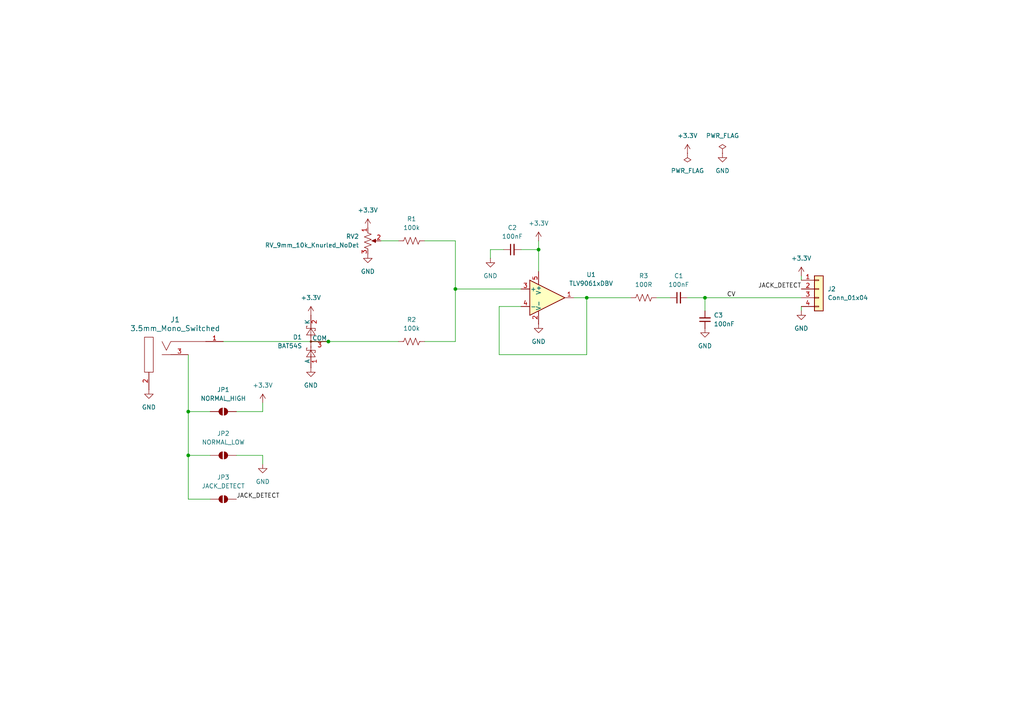
<source format=kicad_sch>
(kicad_sch (version 20250114) (generator "eeschema") (generator_version "9.0")
  (paper "A4")
  (title_block (title "Biased CV Input") (date "2025-07-11") (rev "A"))
  (lib_symbols
    (symbol "Amplifier_Operational:TLV9061xDBV" (pin_names (offset 0.127))
      (property "Reference" "U" (at -1.27 6.35 0))
      (property "Value" "TLV9061xDBV" (at -1.27 3.81 0))
      (symbol "TLV9061xDBV_0_1"
        (polyline (pts (xy -5.08 5.08) (xy 5.08 0) (xy -5.08 -5.08) (xy -5.08 5.08)) (stroke (width 0.254)) (fill (type background)))
        (pin power_in line (at -2.54 7.62 270) (length 3.81) (name "V+") (number "5"))
        (pin power_in line (at -2.54 -7.62 90) (length 3.81) (name "V-") (number "2"))
      )
      (symbol "TLV9061xDBV_1_1"
        (pin input line (at -7.62 2.54 0) (length 2.54) (name "+") (number "3"))
        (pin input line (at -7.62 -2.54 0) (length 2.54) (name "-") (number "4"))
        (pin output line (at 7.62 0 180) (length 2.54) (name "~") (number "1"))
      )
    )
    (symbol "Connector_Generic:Conn_01x04" (pin_names (offset 1.016) (hide yes))
      (property "Reference" "J" (at 0 5.08 0))
      (property "Value" "Conn_01x04" (at 0 -7.62 0))
      (symbol "Conn_01x04_1_1"
        (rectangle (start -1.27 3.81) (end 1.27 -6.35) (stroke (width 0.254)) (fill (type background)))
        (rectangle (start -1.27 2.667) (end 0 2.413) (stroke (width 0.1524)))
        (rectangle (start -1.27 0.127) (end 0 -0.127) (stroke (width 0.1524)))
        (rectangle (start -1.27 -2.413) (end 0 -2.667) (stroke (width 0.1524)))
        (rectangle (start -1.27 -4.953) (end 0 -5.207) (stroke (width 0.1524)))
        (pin passive line (at -5.08 2.54 0) (length 3.81) (name "Pin_1") (number "1"))
        (pin passive line (at -5.08 0 0) (length 3.81) (name "Pin_2") (number "2"))
        (pin passive line (at -5.08 -2.54 0) (length 3.81) (name "Pin_3") (number "3"))
        (pin passive line (at -5.08 -5.08 0) (length 3.81) (name "Pin_4") (number "4"))
      )
    )
    (symbol "Device:C_Small" (pin_numbers (hide yes)) (pin_names (offset 0.254) (hide yes))
      (property "Reference" "C" (at 0.254 1.778 0))
      (property "Value" "C_Small" (at 0.254 -2.032 0))
      (symbol "C_Small_0_1"
        (polyline (pts (xy -1.524 0.508) (xy 1.524 0.508)) (stroke (width 0.3048)))
        (polyline (pts (xy -1.524 -0.508) (xy 1.524 -0.508)) (stroke (width 0.3302)))
      )
      (symbol "C_Small_1_1"
        (pin passive line (at 0 2.54 270) (length 2.032) (name "~") (number "1"))
        (pin passive line (at 0 -2.54 90) (length 2.032) (name "~") (number "2"))
      )
    )
    (symbol "Device:R_US" (pin_numbers (hide yes)) (pin_names (offset 0))
      (property "Reference" "R" (at 2.54 0 90))
      (property "Value" "R_US" (at -2.54 0 90))
      (symbol "R_US_0_1"
        (polyline (pts (xy 0 2.286) (xy 0 2.54)))
        (polyline (pts (xy 0 2.286) (xy 1.016 1.905) (xy 0 1.524) (xy -1.016 1.143) (xy 0 0.762)))
        (polyline (pts (xy 0 0.762) (xy 1.016 0.381) (xy 0 0) (xy -1.016 -0.381) (xy 0 -0.762)))
        (polyline (pts (xy 0 -0.762) (xy 1.016 -1.143) (xy 0 -1.524) (xy -1.016 -1.905) (xy 0 -2.286)))
        (polyline (pts (xy 0 -2.286) (xy 0 -2.54)))
      )
      (symbol "R_US_1_1"
        (pin passive line (at 0 3.81 270) (length 1.27) (name "~") (number "1"))
        (pin passive line (at 0 -3.81 90) (length 1.27) (name "~") (number "2"))
      )
    )
    (symbol "Diode:BAT54S" (pin_names (offset 0))
      (property "Reference" "D" (at 2.54 -5.08 0))
      (property "Value" "BAT54S" (at -6.35 3.175 0))
      (symbol "BAT54S_0_1"
        (polyline (pts (xy -4.445 1.27) (xy -4.445 -1.27) (xy -2.54 0) (xy -4.445 1.27)))
        (polyline (pts (xy -3.81 0) (xy -1.27 0)))
        (polyline (pts (xy -3.175 -1.27) (xy -3.175 -1.016)))
        (polyline (pts (xy -2.54 1.27) (xy -1.905 1.27)))
        (polyline (pts (xy -2.54 -1.27) (xy -3.175 -1.27)))
        (polyline (pts (xy -2.54 -1.27) (xy -2.54 1.27)))
        (polyline (pts (xy -1.905 1.27) (xy -1.905 1.016)))
        (polyline (pts (xy -1.905 0) (xy 1.905 0)))
        (circle (center 0 0) (radius 0.254) (fill (type outline)))
        (polyline (pts (xy 1.27 0) (xy 3.81 0)))
        (polyline (pts (xy 1.905 1.27) (xy 1.905 -1.27) (xy 3.81 0) (xy 1.905 1.27)))
        (polyline (pts (xy 3.175 -1.27) (xy 3.175 -1.016)))
        (polyline (pts (xy 3.81 1.27) (xy 4.445 1.27)))
        (polyline (pts (xy 3.81 -1.27) (xy 3.175 -1.27)))
        (polyline (pts (xy 3.81 -1.27) (xy 3.81 1.27)))
        (polyline (pts (xy 4.445 1.27) (xy 4.445 1.016)))
      )
      (symbol "BAT54S_1_1"
        (pin passive line (at -7.62 0 0) (length 3.81) (name "A") (number "1"))
        (pin passive line (at 0 -5.08 90) (length 5.08) (name "COM") (number "3"))
        (pin passive line (at 7.62 0 180) (length 3.81) (name "K") (number "2"))
      )
    )
    (symbol "Jumper:SolderJumper_2_Open" (pin_numbers (hide yes)) (pin_names (offset 0) (hide yes)) (in_bom no)
      (property "Reference" "JP" (at 0 2.032 0))
      (property "Value" "SolderJumper_2_Open" (at 0 -2.54 0))
      (symbol "SolderJumper_2_Open_0_1"
        (polyline (pts (xy -0.254 1.016) (xy -0.254 -1.016)))
        (arc (start -0.254 -1.016) (mid -1.2656 0) (end -0.254 1.016))
        (arc (start -0.254 -1.016) (mid -1.2656 0) (end -0.254 1.016) (fill (type outline)))
        (arc (start 0.254 1.016) (mid 1.2656 0) (end 0.254 -1.016))
        (arc (start 0.254 1.016) (mid 1.2656 0) (end 0.254 -1.016) (fill (type outline)))
        (polyline (pts (xy 0.254 1.016) (xy 0.254 -1.016)))
      )
      (symbol "SolderJumper_2_Open_1_1"
        (pin passive line (at -3.81 0 0) (length 2.54) (name "A") (number "1"))
        (pin passive line (at 3.81 0 180) (length 2.54) (name "B") (number "2"))
      )
    )
    (symbol "elemental_jack:3.5mm_Mono_Switched" (pin_names (offset 0) (hide yes))
      (property "Reference" "J" (at -6.35 -7.62 0))
      (property "Value" "3.5mm_Mono_Switched" (at 6.35 6.604 0))
      (symbol "3.5mm_Mono_Switched_0_0"
        (rectangle (start -6.35 5.08) (end -3.81 -5.08))
        (polyline (pts (xy -1.27 3.81) (xy 0 1.27) (xy 1.27 3.81) (xy 11.43 3.81)))
        (polyline (pts (xy -1.27 0) (xy 1.27 0)))
      )
      (symbol "3.5mm_Mono_Switched_1_1"
        (pin passive line (at -5.08 -10.16 90) (length 5.08) (name "SHEILD") (number "2"))
        (pin passive line (at 6.35 0 180) (length 5.08) (name "SW") (number "3"))
        (pin passive line (at 16.51 3.81 180) (length 5.08) (name "SIG") (number "1"))
      )
    )
    (symbol "elemental_potentiometer:RV_9mm_10k_Knurled_NoDet" (pin_names (offset 1.016) (hide yes))
      (property "Reference" "RV" (at -4.445 0 90))
      (property "Value" "RV_9mm_10k_Knurled_NoDet" (at -2.54 0 90))
      (symbol "RV_9mm_10k_Knurled_NoDet_0_1"
        (polyline (pts (xy 0 2.54) (xy 0 2.286)))
        (polyline (pts (xy 0 2.286) (xy 1.016 1.905) (xy 0 1.524) (xy -1.016 1.143) (xy 0 0.762)))
        (polyline (pts (xy 0 0.762) (xy 1.016 0.381) (xy 0 0) (xy -1.016 -0.381) (xy 0 -0.762)))
        (polyline (pts (xy 0 -0.762) (xy 1.016 -1.143) (xy 0 -1.524) (xy -1.016 -1.905) (xy 0 -2.286)))
        (polyline (pts (xy 0 -2.286) (xy 0 -2.54)))
        (polyline (pts (xy 1.143 0) (xy 2.286 0.508) (xy 2.286 -0.508) (xy 1.143 0)) (fill (type outline)))
        (polyline (pts (xy 2.54 0) (xy 1.524 0)))
      )
      (symbol "RV_9mm_10k_Knurled_NoDet_1_1"
        (pin passive line (at 0 3.81 270) (length 1.27) (name "1") (number "1"))
        (pin passive line (at 0 -3.81 90) (length 1.27) (name "3") (number "3"))
        (pin passive line (at 3.81 0 180) (length 1.27) (name "2") (number "2"))
      )
    )
    (symbol "power:+3.3V" (power) (pin_numbers (hide yes)) (pin_names (offset 0) (hide yes))
      (property "Value" "+3.3V" (at 0 3.556 0))
      (symbol "+3.3V_0_1"
        (polyline (pts (xy -0.762 1.27) (xy 0 2.54)))
        (polyline (pts (xy 0 2.54) (xy 0.762 1.27)))
        (polyline (pts (xy 0 0) (xy 0 2.54)))
      )
      (symbol "+3.3V_1_1"
        (pin power_in line (at 0 0 90) (length 0) (name "~") (number "1"))
      )
    )
    (symbol "power:GND" (power) (pin_numbers (hide yes)) (pin_names (offset 0) (hide yes))
      (property "Value" "GND" (at 0 -3.81 0))
      (symbol "GND_0_1"
        (polyline (pts (xy 0 0) (xy 0 -1.27) (xy 1.27 -1.27) (xy 0 -2.54) (xy -1.27 -1.27) (xy 0 -1.27)))
      )
      (symbol "GND_1_1"
        (pin power_in line (at 0 0 270) (length 0) (name "~") (number "1"))
      )
    )
    (symbol "power:PWR_FLAG" (power) (pin_numbers (hide yes)) (pin_names (offset 0) (hide yes))
      (property "Value" "PWR_FLAG" (at 0 3.81 0))
      (symbol "PWR_FLAG_0_0"
        (pin power_out line (at 0 0 90) (length 0) (name "~") (number "1"))
      )
      (symbol "PWR_FLAG_0_1"
        (polyline (pts (xy 0 0) (xy 0 1.27) (xy -1.016 1.905) (xy 0 2.54) (xy 1.016 1.905) (xy 0 1.27)))
      )
    )
  )
  (junction (at 132.08 83.82))
  (junction (at 156.21 72.39))
  (junction (at 204.47 86.36))
  (junction (at 54.61 119.38))
  (junction (at 54.61 132.08))
  (junction (at 95.25 99.06))
  (junction (at 170.18 86.36))
  (wire (pts (xy 110.49 69.85) (xy 115.57 69.85)))
  (wire (pts (xy 232.41 80.01) (xy 232.41 81.28)))
  (wire (pts (xy 132.08 69.85) (xy 132.08 83.82)))
  (wire (pts (xy 76.2 132.08) (xy 68.58 132.08)))
  (wire (pts (xy 54.61 119.38) (xy 60.96 119.38)))
  (wire (pts (xy 132.08 69.85) (xy 123.19 69.85)))
  (wire (pts (xy 54.61 102.87) (xy 54.61 119.38)))
  (wire (pts (xy 156.21 72.39) (xy 156.21 78.74)))
  (wire (pts (xy 146.05 72.39) (xy 142.24 72.39)))
  (wire (pts (xy 54.61 132.08) (xy 54.61 144.78)))
  (wire (pts (xy 151.13 88.9) (xy 144.78 88.9)))
  (wire (pts (xy 170.18 86.36) (xy 166.37 86.36)))
  (wire (pts (xy 132.08 83.82) (xy 151.13 83.82)))
  (wire (pts (xy 142.24 72.39) (xy 142.24 74.93)))
  (wire (pts (xy 170.18 86.36) (xy 182.88 86.36)))
  (wire (pts (xy 123.19 99.06) (xy 132.08 99.06)))
  (wire (pts (xy 54.61 144.78) (xy 60.96 144.78)))
  (wire (pts (xy 76.2 134.62) (xy 76.2 132.08)))
  (wire (pts (xy 190.5 86.36) (xy 194.31 86.36)))
  (wire (pts (xy 54.61 132.08) (xy 60.96 132.08)))
  (wire (pts (xy 204.47 86.36) (xy 199.39 86.36)))
  (wire (pts (xy 64.77 99.06) (xy 95.25 99.06)))
  (wire (pts (xy 204.47 86.36) (xy 232.41 86.36)))
  (wire (pts (xy 232.41 88.9) (xy 232.41 90.17)))
  (wire (pts (xy 156.21 69.85) (xy 156.21 72.39)))
  (wire (pts (xy 132.08 83.82) (xy 132.08 99.06)))
  (wire (pts (xy 151.13 72.39) (xy 156.21 72.39)))
  (wire (pts (xy 170.18 102.87) (xy 170.18 86.36)))
  (wire (pts (xy 204.47 90.17) (xy 204.47 86.36)))
  (wire (pts (xy 76.2 119.38) (xy 68.58 119.38)))
  (wire (pts (xy 76.2 116.84) (xy 76.2 119.38)))
  (wire (pts (xy 95.25 99.06) (xy 115.57 99.06)))
  (wire (pts (xy 144.78 102.87) (xy 170.18 102.87)))
  (wire (pts (xy 54.61 119.38) (xy 54.61 132.08)))
  (wire (pts (xy 144.78 88.9) (xy 144.78 102.87)))
  (label "CV" (at 210.82 86.36 0))
  (label "JACK_DETECT" (at 232.41 83.82 180))
  (label "JACK_DETECT" (at 68.58 144.78 0))
  (symbol (lib_id "Device:C_Small") (at 204.47 92.71 180) (unit 1)
    (property "Reference" "C3" (at 207.01 91.4335 0) (effects (justify right)))
    (property "Value" "100nF" (at 207.01 93.9735 0) (effects (justify right)))
    (property "Footprint" "Capacitor_SMD:C_0805_2012Metric" (effects (hide yes)))
    (property "Description" "Unpolarized capacitor, small symbol" (effects (hide yes)))
  )
  (symbol (lib_id "power:PWR_FLAG") (at 209.55 44.45 0) (unit 1)
    (property "Reference" "#FLG02" (effects (hide yes)))
    (property "Value" "PWR_FLAG" (at 209.55 39.37 0))
    (property "Description" "Special symbol for telling ERC where power comes from" (effects (hide yes)))
  )
  (symbol (lib_id "elemental_potentiometer:RV_9mm_10k_Knurled_NoDet") (at 106.68 69.85 0) (unit 1)
    (property "Reference" "RV2" (at 104.14 68.5799 0) (effects (justify right)))
    (property "Value" "RV_9mm_10k_Knurled_NoDet" (at 104.14 71.1199 0) (effects (justify right)))
    (property "Footprint" "elemental_potentiometer:Pot_9mm_Knurl_NoDet" (effects (hide yes)))
    (property "Description" "Potentiometer, US symbol" (effects (hide yes)))
  )
  (symbol (lib_id "power:GND") (at 156.21 93.98 0) (unit 1)
    (property "Reference" "#PWR02" (effects (hide yes)))
    (property "Value" "GND" (at 156.21 99.06 0))
    (property "Description" "Power symbol creates a global label with name \"GND\" , ground" (effects (hide yes)))
  )
  (symbol (lib_id "power:GND") (at 76.2 134.62 0) (unit 1)
    (property "Reference" "#PWR06" (effects (hide yes)))
    (property "Value" "GND" (at 76.2 139.7 0))
    (property "Description" "Power symbol creates a global label with name \"GND\" , ground" (effects (hide yes)))
  )
  (symbol (lib_id "power:+3.3V") (at 76.2 116.84 0) (unit 1)
    (property "Reference" "#PWR05" (effects (hide yes)))
    (property "Value" "+3.3V" (at 76.2 111.76 0))
    (property "Description" "Power symbol creates a global label with name \"+3.3V\"" (effects (hide yes)))
  )
  (symbol (lib_id "Amplifier_Operational:TLV9061xDBV") (at 158.75 86.36 0) (unit 1)
    (property "Reference" "U1" (at 171.45 79.6663 0))
    (property "Value" "TLV9061xDBV" (at 171.45 82.2063 0))
    (property "Footprint" "Package_TO_SOT_SMD:SOT-23-5" (effects (hide yes)))
    (property "Datasheet" "https://www.ti.com/lit/ds/symlink/tlv9061.pdf" (effects (hide yes)))
    (property "Description" "10-MHz, RRIO, CMOS Operational Amplifiers for Cost-Sensitive Systems, SOT-23-5" (effects (hide yes)))
  )
  (symbol (lib_id "power:+3.3V") (at 106.68 66.04 0) (unit 1)
    (property "Reference" "#PWR03" (effects (hide yes)))
    (property "Value" "+3.3V" (at 106.68 60.96 0))
    (property "Description" "Power symbol creates a global label with name \"+3.3V\"" (effects (hide yes)))
  )
  (symbol (lib_id "Jumper:SolderJumper_2_Open") (at 64.77 119.38 0) (unit 1) (in_bom no)
    (property "Reference" "JP1" (at 64.77 113.03 0))
    (property "Value" "NORMAL_HIGH" (at 64.77 115.57 0))
    (property "Footprint" "Jumper:SolderJumper-2_P1.3mm_Open_TrianglePad1.0x1.5mm" (effects (hide yes)))
    (property "Description" "Solder Jumper, 2-pole, open" (effects (hide yes)))
  )
  (symbol (lib_id "power:+3.3V") (at 199.39 44.45 0) (unit 1)
    (property "Reference" "#PWR014" (effects (hide yes)))
    (property "Value" "+3.3V" (at 199.39 39.37 0))
    (property "Description" "Power symbol creates a global label with name \"+3.3V\"" (effects (hide yes)))
  )
  (symbol (lib_id "Diode:BAT54S") (at 90.17 99.06 90) (unit 1)
    (property "Reference" "D1" (at 87.63 97.7899 90) (effects (justify left)))
    (property "Value" "BAT54S" (at 87.63 100.3299 90) (effects (justify left)))
    (property "Footprint" "Package_TO_SOT_SMD:SOT-23" (effects (hide yes)))
    (property "Datasheet" "https://www.diodes.com/assets/Datasheets/ds11005.pdf" (effects (hide yes)))
    (property "Description" "Vr 30V, If 200mA, Dual schottky barrier diode, in series, SOT-323" (effects (hide yes)))
  )
  (symbol (lib_id "power:GND") (at 43.18 113.03 0) (unit 1)
    (property "Reference" "#PWR013" (effects (hide yes)))
    (property "Value" "GND" (at 43.18 118.11 0))
    (property "Description" "Power symbol creates a global label with name \"GND\" , ground" (effects (hide yes)))
  )
  (symbol (lib_id "power:PWR_FLAG") (at 199.39 44.45 180) (unit 1)
    (property "Reference" "#FLG01" (effects (hide yes)))
    (property "Value" "PWR_FLAG" (at 199.39 49.53 0))
    (property "Description" "Special symbol for telling ERC where power comes from" (effects (hide yes)))
  )
  (symbol (lib_id "power:GND") (at 90.17 106.68 0) (unit 1)
    (property "Reference" "#PWR08" (effects (hide yes)))
    (property "Value" "GND" (at 90.17 111.76 0))
    (property "Description" "Power symbol creates a global label with name \"GND\" , ground" (effects (hide yes)))
  )
  (symbol (lib_id "power:GND") (at 204.47 95.25 0) (unit 1)
    (property "Reference" "#PWR010" (effects (hide yes)))
    (property "Value" "GND" (at 204.47 100.33 0))
    (property "Description" "Power symbol creates a global label with name \"GND\" , ground" (effects (hide yes)))
  )
  (symbol (lib_id "Device:R_US") (at 119.38 69.85 90) (unit 1)
    (property "Reference" "R1" (at 119.38 63.5 90))
    (property "Value" "100k" (at 119.38 66.04 90))
    (property "Footprint" "Resistor_SMD:R_0805_2012Metric" (effects (hide yes)))
    (property "Description" "Resistor, US symbol" (effects (hide yes)))
  )
  (symbol (lib_id "power:GND") (at 142.24 74.93 0) (unit 1)
    (property "Reference" "#PWR09" (effects (hide yes)))
    (property "Value" "GND" (at 142.24 80.01 0))
    (property "Description" "Power symbol creates a global label with name \"GND\" , ground" (effects (hide yes)))
  )
  (symbol (lib_id "power:+3.3V") (at 156.21 69.85 0) (unit 1)
    (property "Reference" "#PWR01" (effects (hide yes)))
    (property "Value" "+3.3V" (at 156.21 64.77 0))
    (property "Description" "Power symbol creates a global label with name \"+3.3V\"" (effects (hide yes)))
  )
  (symbol (lib_id "power:+3.3V") (at 232.41 80.01 0) (unit 1)
    (property "Reference" "#PWR011" (effects (hide yes)))
    (property "Value" "+3.3V" (at 232.41 74.93 0))
    (property "Description" "Power symbol creates a global label with name \"+3.3V\"" (effects (hide yes)))
  )
  (symbol (lib_id "power:GND") (at 232.41 90.17 0) (unit 1)
    (property "Reference" "#PWR012" (effects (hide yes)))
    (property "Value" "GND" (at 232.41 95.25 0))
    (property "Description" "Power symbol creates a global label with name \"GND\" , ground" (effects (hide yes)))
  )
  (symbol (lib_id "power:GND") (at 209.55 44.45 0) (unit 1)
    (property "Reference" "#PWR015" (effects (hide yes)))
    (property "Value" "GND" (at 209.55 49.53 0))
    (property "Description" "Power symbol creates a global label with name \"GND\" , ground" (effects (hide yes)))
  )
  (symbol (lib_id "Jumper:SolderJumper_2_Open") (at 64.77 144.78 0) (unit 1) (in_bom no)
    (property "Reference" "JP3" (at 64.77 138.43 0))
    (property "Value" "JACK_DETECT" (at 64.77 140.97 0))
    (property "Footprint" "Jumper:SolderJumper-2_P1.3mm_Open_TrianglePad1.0x1.5mm" (effects (hide yes)))
    (property "Description" "Solder Jumper, 2-pole, open" (effects (hide yes)))
  )
  (symbol (lib_id "Jumper:SolderJumper_2_Open") (at 64.77 132.08 0) (unit 1) (in_bom no)
    (property "Reference" "JP2" (at 64.77 125.73 0))
    (property "Value" "NORMAL_LOW" (at 64.77 128.27 0))
    (property "Footprint" "Jumper:SolderJumper-2_P1.3mm_Open_TrianglePad1.0x1.5mm" (effects (hide yes)))
    (property "Description" "Solder Jumper, 2-pole, open" (effects (hide yes)))
  )
  (symbol (lib_id "Device:C_Small") (at 196.85 86.36 90) (unit 1)
    (property "Reference" "C1" (at 196.8563 80.01 90))
    (property "Value" "100nF" (at 196.8563 82.55 90))
    (property "Footprint" "Capacitor_SMD:C_0805_2012Metric" (effects (hide yes)))
    (property "Description" "Unpolarized capacitor, small symbol" (effects (hide yes)))
  )
  (symbol (lib_id "Connector_Generic:Conn_01x04") (at 237.49 83.82 0) (unit 1)
    (property "Reference" "J2" (at 240.03 83.8199 0) (effects (justify left)))
    (property "Value" "Conn_01x04" (at 240.03 86.3599 0) (effects (justify left)))
    (property "Footprint" "Connector_PinHeader_2.54mm:PinHeader_1x04_P2.54mm_Vertical" (effects (hide yes)))
    (property "Description" "Generic connector, single row, 01x04, script generated (kicad-library-utils/schlib/autogen/connector/)" (effects (hide yes)))
  )
  (symbol (lib_id "power:+3.3V") (at 90.17 91.44 0) (unit 1)
    (property "Reference" "#PWR07" (effects (hide yes)))
    (property "Value" "+3.3V" (at 90.17 86.36 0))
    (property "Description" "Power symbol creates a global label with name \"+3.3V\"" (effects (hide yes)))
  )
  (symbol (lib_id "elemental_jack:3.5mm_Mono_Switched") (at 48.26 102.87 0) (unit 1)
    (property "Reference" "J1" (at 50.8 92.71 0) (effects (font (size 1.524 1.524))))
    (property "Value" "3.5mm_Mono_Switched" (at 50.8 95.25 0) (effects (font (size 1.524 1.524))))
    (property "Footprint" "elemental_jack:EighthInch_PJ398SM" (effects (hide yes)))
    (property "Description" "Audio 3.5mm Jack, mono, switched, PC-pin Vertical" (effects (hide yes)))
    (property "Specifications" "Audio 3.5mm Jack, mono, switched, PC-pin Vertical" (effects (hide yes)))
    (property "Manufacturer" "Wenzhou QingPu Electronics Co" (effects (hide yes)))
    (property "Part Number" "WQP-WQP518MA" (effects (hide yes)))
  )
  (symbol (lib_id "Device:C_Small") (at 148.59 72.39 90) (unit 1)
    (property "Reference" "C2" (at 148.5963 66.04 90))
    (property "Value" "100nF" (at 148.5963 68.58 90))
    (property "Footprint" "Capacitor_SMD:C_0805_2012Metric" (effects (hide yes)))
    (property "Description" "Unpolarized capacitor, small symbol" (effects (hide yes)))
  )
  (symbol (lib_id "Device:R_US") (at 119.38 99.06 90) (unit 1)
    (property "Reference" "R2" (at 119.38 92.71 90))
    (property "Value" "100k" (at 119.38 95.25 90))
    (property "Footprint" "Resistor_SMD:R_0805_2012Metric" (effects (hide yes)))
    (property "Description" "Resistor, US symbol" (effects (hide yes)))
  )
  (symbol (lib_id "Device:R_US") (at 186.69 86.36 90) (unit 1)
    (property "Reference" "R3" (at 186.69 80.01 90))
    (property "Value" "100R" (at 186.69 82.55 90))
    (property "Footprint" "Resistor_SMD:R_0805_2012Metric" (effects (hide yes)))
    (property "Description" "Resistor, US symbol" (effects (hide yes)))
  )
  (symbol (lib_id "power:GND") (at 106.68 73.66 0) (unit 1)
    (property "Reference" "#PWR04" (effects (hide yes)))
    (property "Value" "GND" (at 106.68 78.74 0))
    (property "Description" "Power symbol creates a global label with name \"GND\" , ground" (effects (hide yes)))
  )
)
</source>
